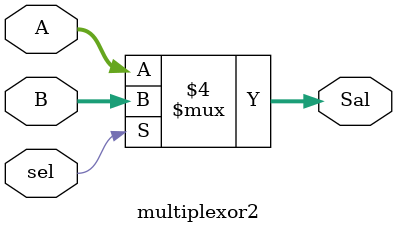
<source format=v>
`timescale 1ns/1ns

module multiplexor2(
    input sel,
    input [31:0] A,
    input [31:0] B,
    output reg [31:0] Sal
);

    always @* begin
        if (sel == 0) begin
            Sal = A;    
        end 
        else begin
            Sal = B;
        end
    end

endmodule

</source>
